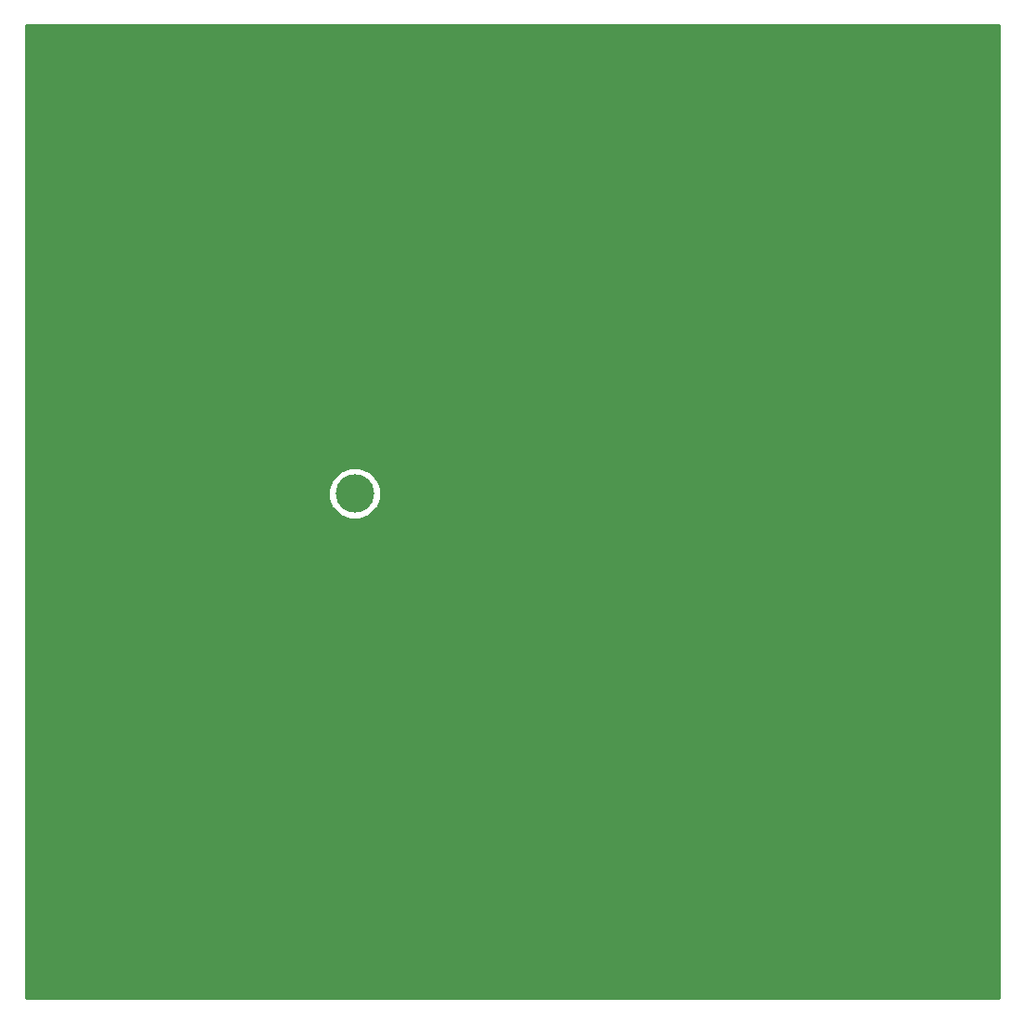
<source format=gbl>
G04 #@! TF.FileFunction,Copper,L2,Bot,Signal*
%FSLAX46Y46*%
G04 Gerber Fmt 4.6, Leading zero omitted, Abs format (unit mm)*
G04 Created by KiCad (PCBNEW 4.0.7) date Fri Jul 20 16:51:51 2018*
%MOMM*%
%LPD*%
G01*
G04 APERTURE LIST*
%ADD10C,0.100000*%
%ADD11C,3.500120*%
%ADD12C,0.254000*%
G04 APERTURE END LIST*
D10*
D11*
X110236000Y-95250000D03*
D12*
G36*
X168916520Y-141228524D02*
X80283478Y-141228524D01*
X80283478Y-94806576D01*
X107844985Y-94806576D01*
X107850927Y-95264362D01*
X107850527Y-95722336D01*
X107857076Y-95738187D01*
X107857299Y-95755332D01*
X108196681Y-96574672D01*
X108204485Y-96578980D01*
X108212866Y-96599263D01*
X108883208Y-97270776D01*
X108906411Y-97280411D01*
X108911328Y-97289319D01*
X109336551Y-97459020D01*
X109759501Y-97634645D01*
X109776652Y-97634660D01*
X109792576Y-97641015D01*
X110250362Y-97635073D01*
X110708336Y-97635473D01*
X110724187Y-97628924D01*
X110741332Y-97628701D01*
X111560672Y-97289319D01*
X111564980Y-97281515D01*
X111585263Y-97273134D01*
X112256776Y-96602792D01*
X112266411Y-96579589D01*
X112275319Y-96574672D01*
X112445020Y-96149449D01*
X112620645Y-95726499D01*
X112620660Y-95709348D01*
X112627015Y-95693424D01*
X112621073Y-95235638D01*
X112621473Y-94777664D01*
X112614924Y-94761813D01*
X112614701Y-94744668D01*
X112275319Y-93925328D01*
X112267515Y-93921020D01*
X112259134Y-93900737D01*
X111588792Y-93229224D01*
X111565589Y-93219589D01*
X111560672Y-93210681D01*
X111135449Y-93040980D01*
X110712499Y-92865355D01*
X110695348Y-92865340D01*
X110679424Y-92858985D01*
X110221638Y-92864927D01*
X109763664Y-92864527D01*
X109747813Y-92871076D01*
X109730668Y-92871299D01*
X108911328Y-93210681D01*
X108907020Y-93218485D01*
X108886737Y-93226866D01*
X108215224Y-93897208D01*
X108205589Y-93920411D01*
X108196681Y-93925328D01*
X108026980Y-94350551D01*
X107851355Y-94773501D01*
X107851340Y-94790652D01*
X107844985Y-94806576D01*
X80283478Y-94806576D01*
X80283478Y-52595482D01*
X168916520Y-52595482D01*
X168916520Y-141228524D01*
X168916520Y-141228524D01*
G37*
X168916520Y-141228524D02*
X80283478Y-141228524D01*
X80283478Y-94806576D01*
X107844985Y-94806576D01*
X107850927Y-95264362D01*
X107850527Y-95722336D01*
X107857076Y-95738187D01*
X107857299Y-95755332D01*
X108196681Y-96574672D01*
X108204485Y-96578980D01*
X108212866Y-96599263D01*
X108883208Y-97270776D01*
X108906411Y-97280411D01*
X108911328Y-97289319D01*
X109336551Y-97459020D01*
X109759501Y-97634645D01*
X109776652Y-97634660D01*
X109792576Y-97641015D01*
X110250362Y-97635073D01*
X110708336Y-97635473D01*
X110724187Y-97628924D01*
X110741332Y-97628701D01*
X111560672Y-97289319D01*
X111564980Y-97281515D01*
X111585263Y-97273134D01*
X112256776Y-96602792D01*
X112266411Y-96579589D01*
X112275319Y-96574672D01*
X112445020Y-96149449D01*
X112620645Y-95726499D01*
X112620660Y-95709348D01*
X112627015Y-95693424D01*
X112621073Y-95235638D01*
X112621473Y-94777664D01*
X112614924Y-94761813D01*
X112614701Y-94744668D01*
X112275319Y-93925328D01*
X112267515Y-93921020D01*
X112259134Y-93900737D01*
X111588792Y-93229224D01*
X111565589Y-93219589D01*
X111560672Y-93210681D01*
X111135449Y-93040980D01*
X110712499Y-92865355D01*
X110695348Y-92865340D01*
X110679424Y-92858985D01*
X110221638Y-92864927D01*
X109763664Y-92864527D01*
X109747813Y-92871076D01*
X109730668Y-92871299D01*
X108911328Y-93210681D01*
X108907020Y-93218485D01*
X108886737Y-93226866D01*
X108215224Y-93897208D01*
X108205589Y-93920411D01*
X108196681Y-93925328D01*
X108026980Y-94350551D01*
X107851355Y-94773501D01*
X107851340Y-94790652D01*
X107844985Y-94806576D01*
X80283478Y-94806576D01*
X80283478Y-52595482D01*
X168916520Y-52595482D01*
X168916520Y-141228524D01*
M02*

</source>
